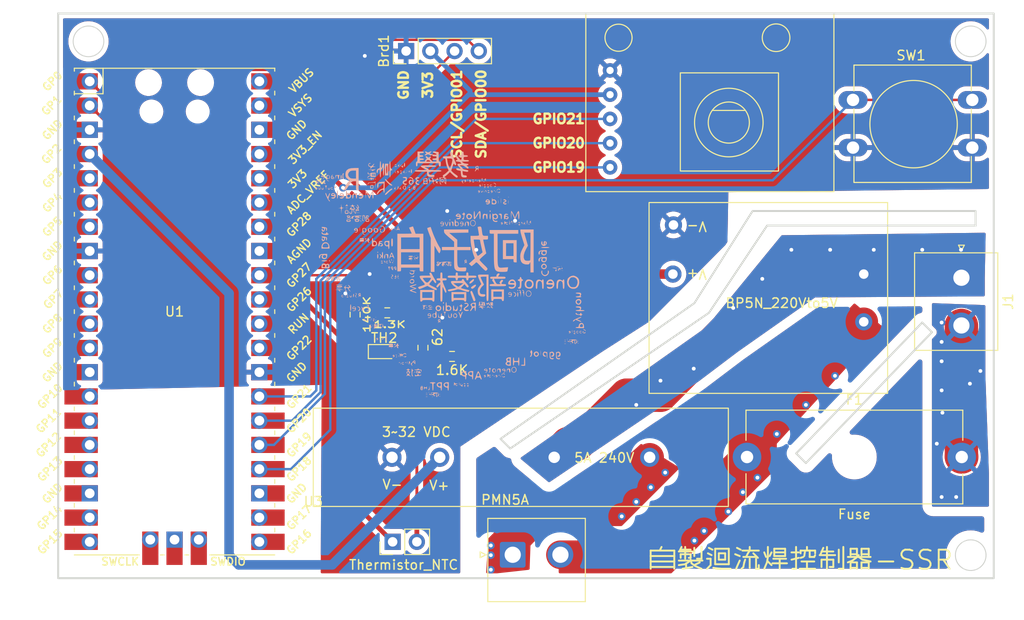
<source format=kicad_pcb>
(kicad_pcb (version 20211014) (generator pcbnew)
  (layers (0 "F.Cu" signal) (31 "B.Cu" signal) (34 "B.Paste" user) (35 "F.Paste" user) (36 "B.SilkS" user "B.Silkscreen") (37 "F.SilkS" user "F.Silkscreen") (38 "B.Mask" user) (39 "F.Mask" user) (44 "Edge.Cuts" user))
  (net 0 "")
  (net 1 "5V")
  (net 2 "GND")
  (net 3 "ADC0")
  (net 7 "SDA")
  (net 23 "GPIO18")
  (net 24 "GPIO21")
  (net 25 "GPIO20")
  (net 26 "GPIO19")
  (net 27 "ADC1")
  (net 30 "SCL")
  (net 34 "3V3")
  (net 41 "110+")
  (net 42 "110-")
  (net 43 "GPIO2")
  (net 44 "/110-_3")
  (net 45 "/110-_2")
  (footprint "02_PinSocket:PinHeader_1x04_P2.54mm_Vertical" (layer "F.Cu") (at 178.572 73.66 90)
    (fp_text reference "Brd1" (at 0 -2.33 90) (layer "F.SilkS"))
    (fp_text value "SSD1306")
    (pad "1" thru_hole rect (at 0 0 90) (size 1.7 1.7) (drill 1) (layers *.Cu *.Mask) (net 2 "GND"))
    (pad "2" thru_hole oval (at 0 2.54 90) (size 1.7 1.7) (drill 1) (layers *.Cu *.Mask) (net 34 "3V3"))
    (pad "3" thru_hole oval (at 0 5.08 90) (size 1.7 1.7) (drill 1) (layers *.Cu *.Mask) (net 30 "SCL"))
    (pad "4" thru_hole oval (at 0 7.62 90) (size 1.7 1.7) (drill 1) (layers *.Cu *.Mask) (net 7 "SDA"))
  )
  (footprint "Connector_JST:JST_NV_B02P-NV_1x02_P5.00mm_Vertical" (layer "F.Cu") (at 189.7465 126.45)
    (fp_text reference "J2" hide)
    (fp_text value "Conn_01x02_Female")
    (pad "1" thru_hole roundrect (at 0 0) (size 2.7 2.7) (drill 1.7) (layers *.Cu *.Mask) (roundrect_rratio 0.09259296296) (net 45 "/110-_2"))
    (pad "2" thru_hole circle (at 5 0) (size 2.7 2.7) (drill 1.7) (layers *.Cu *.Mask) (net 42 "110-"))
  )
  (footprint "01_AHB:PMN5A_relay_SSR" (layer "F.Cu") (at 168.845 121.387)
    (fp_text reference "U3" (at 0 -0.5 unlocked) (layer "F.SilkS"))
    (fp_text value "PMN5A2032_relay_SSR")
    (fp_text user "3~32 VDC" (at 10.8 -7.8 unlocked) (layer "F.SilkS"))
    (fp_text user "V+" (at 13.2 -2.2 unlocked) (layer "F.SilkS"))
    (fp_text user "V-" (at 8.3 -2.3 unlocked) (layer "F.SilkS"))
    (fp_text user "5A 240V" (at 30.5 -5.1 unlocked) (layer "F.SilkS"))
    (fp_text user "PMN5A" (at 20.1 -0.7 unlocked) (layer "F.SilkS"))
    (pad "1" thru_hole circle (at 8.25 -5.15) (size 2 2) (drill 1.2) (layers *.Cu *.Mask) (net 2 "GND"))
    (pad "2" thru_hole circle (at 13.25 -5.15) (size 2 2) (drill 1.2) (layers *.Cu *.Mask) (net 43 "GPIO2"))
    (pad "3" thru_hole circle (at 25.25 -5.15) (size 2 2) (drill 1.2) (layers *.Cu *.Mask) (net 41 "110+"))
    (pad "4" thru_hole circle (at 35.25 -5.15) (size 2 2) (drill 1.2) (layers *.Cu *.Mask) (net 45 "/110-_2"))
  )
  (footprint "Resistor_SMD:R_0603_1608Metric_Pad0.98x0.95mm_HandSolder" (layer "F.Cu") (at 183.388 105.664)
    (fp_text reference "R4" hide)
    (fp_text value "1.6K" (at 0 1.43) (layer "F.SilkS"))
    (pad "1" smd roundrect (at -0.9125 0) (size 0.975 0.95) (layers "F.Cu" "F.Paste" "F.Mask") (net 3 "ADC0"))
    (pad "2" smd roundrect (at 0.9125 0) (size 0.975 0.95) (layers "F.Cu" "F.Paste" "F.Mask") (net 1 "5V"))
  )
  (footprint "01_AHB:PB5N_220Vto5V" (layer "F.Cu") (at 216.535 89.535 180)
    (fp_text reference "U2" hide)
    (fp_text value "BP5N_220Vto5V" (at -1.397 -10.541 unlocked) (layer "F.SilkS"))
    (fp_text user "V+" (at 7.5 -7.5 180 unlocked) (layer "F.SilkS"))
    (fp_text user "V-" (at 7.5 -2.5 180 unlocked) (layer "F.SilkS"))
    (pad "1" thru_hole circle (at -10 -7.5 180) (size 1.8 1.8) (drill 1) (layers *.Cu *.Mask) (net 41 "110+"))
    (pad "2" thru_hole circle (at -10 -12.5 180) (size 1.8 1.8) (drill 1) (layers *.Cu *.Mask) (net 42 "110-"))
    (pad "3" thru_hole circle (at 10 -7.5 180) (size 1.8 1.8) (drill 1) (layers *.Cu *.Mask) (net 1 "5V"))
    (pad "4" thru_hole circle (at 9.94432 -2.349844 180) (size 1.8 1.8) (drill 1) (layers *.Cu *.Mask) (net 2 "GND"))
  )
  (footprint "Connector_PinHeader_2.54mm:PinHeader_1x02_P2.54mm_Vertical" (layer "F.Cu") (at 177.16 125.095 90)
    (fp_text reference "TH1" hide)
    (fp_text value "Thermistor_NTC" (at -2.413 1.148 180) (layer "F.SilkS"))
    (pad "1" thru_hole rect (at 0 0 90) (size 1.7 1.7) (drill 1) (layers *.Cu *.Mask) (net 3 "ADC0"))
    (pad "2" thru_hole oval (at 0 2.54 90) (size 1.7 1.7) (drill 1) (layers *.Cu *.Mask) (net 1 "5V"))
  )
  (footprint "Resistor_SMD:R_0603_1608Metric_Pad0.98x0.95mm_HandSolder" (layer "F.Cu") (at 176.596 101.092)
    (fp_text reference "R6" hide)
    (fp_text value "1.3K" (at 0.254724 1.227274) (layer "F.SilkS") (effects (font (size 0.7 1))))
    (pad "1" smd roundrect (at -0.9125 0) (size 0.975 0.95) (layers "F.Cu" "F.Paste" "F.Mask") (net 27 "ADC1"))
    (pad "2" smd roundrect (at 0.9125 0) (size 0.975 0.95) (layers "F.Cu" "F.Paste" "F.Mask") (net 1 "5V"))
  )
  (footprint "Fuse:Fuseholder_Cylinder-5x20mm_Schurter_0031_8201_Horizontal_Open" (layer "F.Cu") (at 214.302 116.205)
    (fp_text reference "F1" (at 11.25 -6) (layer "F.SilkS"))
    (fp_text value "Fuse" (at 11.25 6) (layer "F.SilkS"))
    (pad "" np_thru_hole circle (at 11.25 0) (size 2.7 2.7) (drill 2.7) (layers *.Cu *.Mask))
    (pad "1" thru_hole circle (at 0 0) (size 3 3) (drill 1.3) (layers *.Cu *.Mask) (net 42 "110-"))
    (pad "2" thru_hole circle (at 22.5 0) (size 3 3) (drill 1.3) (layers *.Cu *.Mask) (net 44 "/110-_3"))
  )
  (footprint "Connector_JST:JST_NV_B02P-NV_1x02_P5.00mm_Vertical" (layer "F.Cu") (at 236.77 97.4175 -90)
    (fp_text reference "J1" (at 2.5 -4.9 90) (layer "F.SilkS"))
    (fp_text value "Conn_01x02_Female")
    (pad "1" thru_hole roundrect (at 0 0 270) (size 2.7 2.7) (drill 1.7) (layers *.Cu *.Mask) (roundrect_rratio 0.09259296296) (net 41 "110+"))
    (pad "2" thru_hole circle (at 5 0 270) (size 2.7 2.7) (drill 1.7) (layers *.Cu *.Mask) (net 44 "/110-_3"))
  )
  (footprint "Resistor_SMD:R_0603_1608Metric_Pad0.98x0.95mm_HandSolder" (layer "F.Cu") (at 180.34 104.7515 90)
    (fp_text reference "R5" hide)
    (fp_text value "62" (at 1.1195 1.524 90) (layer "F.SilkS"))
    (pad "1" smd roundrect (at -0.9125 0 90) (size 0.975 0.95) (layers "F.Cu" "F.Paste" "F.Mask") (net 3 "ADC0"))
    (pad "2" smd roundrect (at 0.9125 0 90) (size 0.975 0.95) (layers "F.Cu" "F.Paste" "F.Mask") (net 2 "GND"))
  )
  (footprint "01_AHB:RPi_Pico_SMD_TH" (layer "F.Cu") (at 154.305 100.965)
    (fp_text reference "U1" (at 0 0) (layer "F.SilkS"))
    (fp_text value "Pico")
    (fp_text user "GP18" (at 13.054 16.51 45) (layer "F.SilkS") (effects (font (size 0.8 0.8))))
    (fp_text user "3V3" (at 12.9 -13.9 45) (layer "F.SilkS") (effects (font (size 0.8 0.8))))
    (fp_text user "RUN" (at 13 1.27 45) (layer "F.SilkS") (effects (font (size 0.8 0.8))))
    (fp_text user "GP13" (at -13.054 16.51 45) (layer "F.SilkS") (effects (font (size 0.8 0.8))))
    (fp_text user "GP2" (at -12.9 -16.51 45) (layer "F.SilkS") (effects (font (size 0.8 0.8))))
    (fp_text user "GP4" (at -12.8 -11.43 45) (layer "F.SilkS") (effects (font (size 0.8 0.8))))
    (fp_text user "VBUS" (at 13.3 -24.2 45) (layer "F.SilkS") (effects (font (size 0.8 0.8))))
    (fp_text user "GP11" (at -13.2 11.43 45) (layer "F.SilkS") (effects (font (size 0.8 0.8))))
    (fp_text user "GP7" (at -12.7 -1.3 45) (layer "F.SilkS") (effects (font (size 0.8 0.8))))
    (fp_text user "GP15" (at -13.054 24.13 45) (layer "F.SilkS") (effects (font (size 0.8 0.8))))
    (fp_text user "ADC_VREF" (at 14 -12.5 45) (layer "F.SilkS") (effects (font (size 0.8 0.8))))
    (fp_text user "SWCLK" (at -5.7 26.2) (layer "F.SilkS") (effects (font (size 0.8 0.8))))
    (fp_text user "VSYS" (at 13.2 -21.59 45) (layer "F.SilkS") (effects (font (size 0.8 0.8))))
    (fp_text user "GP20" (at 13.054 11.43 45) (layer "F.SilkS") (effects (font (size 0.8 0.8))))
    (fp_text user "GP1" (at -12.9 -21.6 45) (layer "F.SilkS") (effects (font (size 0.8 0.8))))
    (fp_text user "GP8" (at -12.8 1.27 45) (layer "F.SilkS") (effects (font (size 0.8 0.8))))
    (fp_text user "GP21" (at 13.054 8.9 45) (layer "F.SilkS") (effects (font (size 0.8 0.8))))
    (fp_text user "GP10" (at -13.054 8.89 45) (layer "F.SilkS") (effects (font (size 0.8 0.8))))
    (fp_text user "GP3" (at -12.8 -13.97 45) (layer "F.SilkS") (effects (font (size 0.8 0.8))))
    (fp_text user "GND" (at 12.8 6.35 45) (layer "F.SilkS") (effects (font (size 0.8 0.8))))
    (fp_text user "SWDIO" (at 5.6 26.2) (layer "F.SilkS") (effects (font (size 0.8 0.8))))
    (fp_text user "GP22" (at 13.054 3.81 45) (layer "F.SilkS") (effects (font (size 0.8 0.8))))
    (fp_text user "GP6" (at -12.8 -3.81 45) (layer "F.SilkS") (effects (font (size 0.8 0.8))))
    (fp_text user "GP14" (at -13.1 21.59 45) (layer "F.SilkS") (effects (font (size 0.8 0.8))))
    (fp_text user "GND" (at -12.8 -19.05 45) (layer "F.SilkS") (effects (font (size 0.8 0.8))))
    (fp_text user "GP9" (at -12.8 3.81 45) (layer "F.SilkS") (effects (font (size 0.8 0.8))))
    (fp_text user "GND" (at -12.8 19.05 45) (layer "F.SilkS") (effects (font (size 0.8 0.8))))
    (fp_text user "GP28" (at 13.054 -9.144 45) (layer "F.SilkS") (effects (font (size 0.8 0.8))))
    (fp_text user "GND" (at 12.8 -19.05 45) (layer "F.SilkS") (effects (font (size 0.8 0.8))))
    (fp_text user "3V3_EN" (at 13.7 -17.2 45) (layer "F.SilkS") (effects (font (size 0.8 0.8))))
    (fp_text user "AGND" (at 13.054 -6.35 45) (layer "F.SilkS") (effects (font (size 0.8 0.8))))
    (fp_text user "GND" (at -12.8 6.35 45) (layer "F.SilkS") (effects (font (size 0.8 0.8))))
    (fp_text user "GP26" (at 13.054 -1.27 45) (layer "F.SilkS") (effects (font (size 0.8 0.8))))
    (fp_text user "GND" (at 12.8 19.05 45) (layer "F.SilkS") (effects (font (size 0.8 0.8))))
    (fp_text user "GP17" (at 13.054 21.59 45) (layer "F.SilkS") (effects (font (size 0.8 0.8))))
    (fp_text user "GP19" (at 13.054 13.97 45) (layer "F.SilkS") (effects (font (size 0.8 0.8))))
    (fp_text user "GP5" (at -12.8 -8.89 45) (layer "F.SilkS") (effects (font (size 0.8 0.8))))
    (fp_text user "GND" (at -12.8 -6.35 45) (layer "F.SilkS") (effects (font (size 0.8 0.8))))
    (fp_text user "GP12" (at -13.2 13.97 45) (layer "F.SilkS") (effects (font (size 0.8 0.8))))
    (fp_text user "GP27" (at 13.054 -3.8 45) (layer "F.SilkS") (effects (font (size 0.8 0.8))))
    (fp_text user "GP16" (at 13.054 24.13 45) (layer "F.SilkS") (effects (font (size 0.8 0.8))))
    (fp_text user "GP0" (at -12.8 -24.13 45) (layer "F.SilkS") (effects (font (size 0.8 0.8))))
    (pad "" np_thru_hole oval (at 2.425 -20.97) (size 1.5 1.5) (drill 1.5) (layers *.Cu *.Mask))
    (pad "" np_thru_hole oval (at -2.725 -24) (size 1.8 1.8) (drill 1.8) (layers *.Cu *.Mask))
    (pad "" np_thru_hole oval (at 2.725 -24) (size 1.8 1.8) (drill 1.8) (layers *.Cu *.Mask))
    (pad "" np_thru_hole oval (at -2.425 -20.97) (size 1.5 1.5) (drill 1.5) (layers *.Cu *.Mask))
    (pad "1" thru_hole oval (at -8.89 -24.13) (size 1.7 1.7) (drill 1.02) (layers *.Cu *.Mask) (net 7 "SDA"))
    (pad "1" smd rect (at -8.89 -24.13) (size 3.5 1.7) (drill (offset -0.9 0)) (layers "F.Cu" "F.Mask") (net 7 "SDA"))
    (pad "2" smd rect (at -8.89 -21.59) (size 3.5 1.7) (drill (offset -0.9 0)) (layers "F.Cu" "F.Mask") (net 30 "SCL"))
    (pad "2" thru_hole oval (at -8.89 -21.59) (size 1.7 1.7) (drill 1.02) (layers *.Cu *.Mask) (net 30 "SCL"))
    (pad "3" thru_hole rect (at -8.89 -19.05) (size 1.7 1.7) (drill 1.02) (layers *.Cu *.Mask) (net 2 "GND"))
    (pad "3" smd rect (at -8.89 -19.05) (size 3.5 1.7) (drill (offset -0.9 0)) (layers "F.Cu" "F.Mask") (net 2 "GND"))
    (pad "4" smd rect (at -8.89 -16.51) (size 3.5 1.7) (drill (offset -0.9 0)) (layers "F.Cu" "F.Mask") (net 43 "GPIO2"))
    (pad "4" thru_hole oval (at -8.89 -16.51) (size 1.7 1.7) (drill 1.02) (layers *.Cu *.Mask) (net 43 "GPIO2"))
    (pad "5" smd rect (at -8.89 -13.97) (size 3.5 1.7) (drill (offset -0.9 0)) (layers "F.Cu" "F.Mask"))
    (pad "5" thru_hole oval (at -8.89 -13.97) (size 1.7 1.7) (drill 1.02) (layers *.Cu *.Mask))
    (pad "6" smd rect (at -8.89 -11.43) (size 3.5 1.7) (drill (offset -0.9 0)) (layers "F.Cu" "F.Mask"))
    (pad "6" thru_hole oval (at -8.89 -11.43) (size 1.7 1.7) (drill 1.02) (layers *.Cu *.Mask))
    (pad "7" thru_hole oval (at -8.89 -8.89) (size 1.7 1.7) (drill 1.02) (layers *.Cu *.Mask))
    (pad "7" smd rect (at -8.89 -8.89) (size 3.5 1.7) (drill (offset -0.9 0)) (layers "F.Cu" "F.Mask"))
    (pad "8" smd rect (at -8.89 -6.35) (size 3.5 1.7) (drill (offset -0.9 0)) (layers "F.Cu" "F.Mask") (net 2 "GND"))
    (pad "8" thru_hole rect (at -8.89 -6.35) (size 1.7 1.7) (drill 1.02) (layers *.Cu *.Mask) (net 2 "GND"))
    (pad "9" smd rect (at -8.89 -3.81) (size 3.5 1.7) (drill (offset -0.9 0)) (layers "F.Cu" "F.Mask"))
    (pad "9" thru_hole oval (at -8.89 -3.81) (size 1.7 1.7) (drill 1.02) (layers *.Cu *.Mask))
    (pad "10" thru_hole oval (at -8.89 -1.27) (size 1.7 1.7) (drill 1.02) (layers *.Cu *.Mask))
    (pad "10" smd rect (at -8.89 -1.27) (size 3.5 1.7) (drill (offset -0.9 0)) (layers "F.Cu" "F.Mask"))
    (pad "11" thru_hole oval (at -8.89 1.27) (size 1.7 1.7) (drill 1.02) (layers *.Cu *.Mask))
    (pad "11" smd rect (at -8.89 1.27) (size 3.5 1.7) (drill (offset -0.9 0)) (layers "F.Cu" "F.Mask"))
    (pad "12" thru_hole oval (at -8.89 3.81) (size 1.7 1.7) (drill 1.02) (layers *.Cu *.Mask))
    (pad "12" smd rect (at -8.89 3.81) (size 3.5 1.7) (drill (offset -0.9 0)) (layers "F.Cu" "F.Mask"))
    (pad "13" smd rect (at -8.89 6.35) (size 3.5 1.7) (drill (offset -0.9 0)) (layers "F.Cu" "F.Mask"))
    (pad "13" thru_hole rect (at -8.89 6.35) (size 1.7 1.7) (drill 1.02) (layers *.Cu *.Mask))
    (pad "14" thru_hole oval (at -8.89 8.89) (size 1.7 1.7) (drill 1.02) (layers *.Cu *.Mask))
    (pad "14" smd rect (at -8.89 8.89) (size 3.5 1.7) (drill (offset -0.9 0)) (layers "F.Cu" "F.Mask"))
    (pad "15" thru_hole oval (at -8.89 11.43) (size 1.7 1.7) (drill 1.02) (layers *.Cu *.Mask))
    (pad "15" smd rect (at -8.89 11.43) (size 3.5 1.7) (drill (offset -0.9 0)) (layers "F.Cu" "F.Mask"))
    (pad "16" smd rect (at -8.89 13.97) (size 3.5 1.7) (drill (offset -0.9 0)) (layers "F.Cu" "F.Mask"))
    (pad "16" thru_hole oval (at -8.89 13.97) (size 1.7 1.7) (drill 1.02) (layers *.Cu *.Mask))
    (pad "17" thru_hole oval (at -8.89 16.51) (size 1.7 1.7) (drill 1.02) (layers *.Cu *.Mask))
    (pad "17" smd rect (at -8.89 16.51) (size 3.5 1.7) (drill (offset -0.9 0)) (layers "F.Cu" "F.Mask"))
    (pad "18" thru_hole rect (at -8.89 19.05) (size 1.7 1.7) (drill 1.02) (layers *.Cu *.Mask))
    (pad "18" smd rect (at -8.89 19.05) (size 3.5 1.7) (drill (offset -0.9 0)) (layers "F.Cu" "F.Mask"))
    (pad "19" smd rect (at -8.89 21.59) (size 3.5 1.7) (drill (offset -0.9 0)) (layers "F.Cu" "F.Mask"))
    (pad "19" thru_hole oval (at -8.89 21.59) (size 1.7 1.7) (drill 1.02) (layers *.Cu *.Mask))
    (pad "20" thru_hole oval (at -8.89 24.13) (size 1.7 1.7) (drill 1.02) (layers *.Cu *.Mask))
    (pad "20" smd rect (at -8.89 24.13) (size 3.5 1.7) (drill (offset -0.9 0)) (layers "F.Cu" "F.Mask"))
    (pad "21" smd rect (at 8.89 24.13) (size 3.5 1.7) (drill (offset 0.9 0)) (layers "F.Cu" "F.Mask"))
    (pad "21" thru_hole oval (at 8.89 24.13) (size 1.7 1.7) (drill 1.02) (layers *.Cu *.Mask))
    (pad "22" smd rect (at 8.89 21.59) (size 3.5 1.7) (drill (offset 0.9 0)) (layers "F.Cu" "F.Mask"))
    (pad "22" thru_hole oval (at 8.89 21.59) (size 1.7 1.7) (drill 1.02) (layers *.Cu *.Mask))
    (pad "23" smd rect (at 8.89 19.05) (size 3.5 1.7) (drill (offset 0.9 0)) (layers "F.Cu" "F.Mask"))
    (pad "23" thru_hole rect (at 8.89 19.05) (size 1.7 1.7) (drill 1.02) (layers *.Cu *.Mask))
    (pad "24" thru_hole oval (at 8.89 16.51) (size 1.7 1.7) (drill 1.02) (layers *.Cu *.Mask) (net 23 "GPIO18"))
    (pad "24" smd rect (at 8.89 16.51) (size 3.5 1.7) (drill (offset 0.9 0)) (layers "F.Cu" "F.Mask") (net 23 "GPIO18"))
    (pad "25" smd rect (at 8.89 13.97) (size 3.5 1.7) (drill (offset 0.9 0)) (layers "F.Cu" "F.Mask") (net 26 "GPIO19"))
    (pad "25" thru_hole oval (at 8.89 13.97) (size 1.7 1.7) (drill 1.02) (layers *.Cu *.Mask) (net 26 "GPIO19"))
    (pad "26" thru_hole oval (at 8.89 11.43) (size 1.7 1.7) (drill 1.02) (layers *.Cu *.Mask) (net 25 "GPIO20"))
    (pad "26" smd rect (at 8.89 11.43) (size 3.5 1.7) (drill (offset 0.9 0)) (layers "F.Cu" "F.Mask") (net 25 "GPIO20"))
    (pad "27" smd rect (at 8.89 8.89) (size 3.5 1.7) (drill (offset 0.9 0)) (layers "F.Cu" "F.Mask") (net 24 "GPIO21"))
    (pad "27" thru_hole oval (at 8.89 8.89) (size 1.7 1.7) (drill 1.02) (layers *.Cu *.Mask) (net 24 "GPIO21"))
    (pad "28" thru_hole rect (at 8.89 6.35) (size 1.7 1.7) (drill 1.02) (layers *.Cu *.Mask) (net 2 "GND"))
    (pad "28" smd rect (at 8.89 6.35) (size 3.5 1.7) (drill (offset 0.9 0)) (layers "F.Cu" "F.Mask") (net 2 "GND"))
    (pad "29" smd rect (at 8.89 3.81) (size 3.5 1.7) (drill (offset 0.9 0)) (layers "F.Cu" "F.Mask"))
    (pad "29" thru_hole oval (at 8.89 3.81) (size 1.7 1.7) (drill 1.02) (layers *.Cu *.Mask))
    (pad "30" smd rect (at 8.89 1.27) (size 3.5 1.7) (drill (offset 0.9 0)) (layers "F.Cu" "F.Mask"))
    (pad "30" thru_hole oval (at 8.89 1.27) (size 1.7 1.7) (drill 1.02) (layers *.Cu *.Mask))
    (pad "31" thru_hole oval (at 8.89 -1.27) (size 1.7 1.7) (drill 1.02) (layers *.Cu *.Mask) (net 3 "ADC0"))
    (pad "31" smd rect (at 8.89 -1.27) (size 3.5 1.7) (drill (offset 0.9 0)) (layers "F.Cu" "F.Mask") (net 3 "ADC0"))
    (pad "32" thru_hole oval (at 8.89 -3.81) (size 1.7 1.7) (drill 1.02) (layers *.Cu *.Mask) (net 27 "ADC1"))
    (pad "32" smd rect (at 8.89 -3.81) (size 3.5 1.7) (drill (offset 0.9 0)) (layers "F.Cu" "F.Mask") (net 27 "ADC1"))
    (pad "33" smd rect (at 8.89 -6.35) (size 3.5 1.7) (drill (offset 0.9 0)) (layers "F.Cu" "F.Mask"))
    (pad "33" thru_hole rect (at 8.89 -6.35) (size 1.7 1.7) (drill 1.02) (layers *.Cu *.Mask))
    (pad "34" smd rect (at 8.89 -8.89) (size 3.5 1.7) (drill (offset 0.9 0)) (layers "F.Cu" "F.Mask"))
    (pad "34" thru_hole oval (at 8.89 -8.89) (size 1.7 1.7) (drill 1.02) (layers *.Cu *.Mask))
    (pad "35" thru_hole oval (at 8.89 -11.43) (size 1.7 1.7) (drill 1.02) (layers *.Cu *.Mask))
    (pad "35" smd rect (at 8.89 -11.43) (size 3.5 1.7) (drill (offset 0.9 0)) (layers "F.Cu" "F.Mask"))
    (pad "36" smd rect (at 8.89 -13.97) (size 3.5 1.7) (drill (offset 0.9 0)) (layers "F.Cu" "F.Mask") (net 34 "3V3"))
    (pad "36" thru_hole oval (at 8.89 -13.97) (size 1.7 1.7) (drill 1.02) (layers *.Cu *.Mask) (net 34 "3V3"))
    (pad "37" thru_hole oval (at 8.89 -16.51) (size 1.7 1.7) (drill 1.02) (layers *.Cu *.Mask))
    (pad "37" smd rect (at 8.89 -16.51) (size 3.5 1.7) (drill (offset 0.9 0)) (layers "F.Cu" "F.Mask"))
    (pad "38" thru_hole rect (at 8.89 -19.05) (size 1.7 1.7) (drill 1.02) (layers *.Cu *.Mask))
    (pad "38" smd rect (at 8.89 -19.05) (size 3.5 1.7) (drill (offset 0.9 0)) (layers "F.Cu" "F.Mask"))
    (pad "39" smd rect (at 8.89 -21.59) (size 3.5 1.7) (drill (offset 0.9 0)) (layers "F.Cu" "F.Mask") (net 1 "5V"))
    (pad "39" thru_hole oval (at 8.89 -21.59) (size 1.7 1.7) (drill 1.02) (layers *.Cu *.Mask) (net 1 "5V"))
    (pad "40" thru_hole oval (at 8.89 -24.13) (size 1.7 1.7) (drill 1.02) (layers *.Cu *.Mask))
    (pad "40" smd rect (at 8.89 -24.13) (size 3.5 1.7) (drill (offset 0.9 0)) (layers "F.Cu" "F.Mask"))
    (pad "41" smd rect (at -2.54 23.9 90) (size 3.5 1.7) (drill (offset -0.9 0)) (layers "F.Cu" "F.Mask"))
    (pad "41" thru_hole oval (at -2.54 23.9) (size 1.7 1.7) (drill 1.02) (layers *.Cu *.Mask))
    (pad "42" thru_hole rect (at 0 23.9) (size 1.7 1.7) (drill 1.02) (layers *.Cu *.Mask))
    (pad "42" smd rect (at 0 23.9 90) (size 3.5 1.7) (drill (offset -0.9 0)) (layers "F.Cu" "F.Mask"))
    (pad "43" smd rect (at 2.54 23.9 90) (size 3.5 1.7) (drill (offset -0.9 0)) (layers "F.Cu" "F.Mask"))
    (pad "43" thru_hole oval (at 2.54 23.9) (size 1.7 1.7) (drill 1.02) (layers *.Cu *.Mask))
  )
  (footprint "01_AHB:Encoder_360" (layer "F.Cu") (at 197.407 88.392)
    (fp_text reference "U5" hide)
    (fp_text value "Rotary_encoder")
    (pad "1" thru_hole circle (at 2.54 -2.54) (size 1.524 1.524) (drill 0.762) (layers *.Cu *.Mask) (net 26 "GPIO19"))
    (pad "2" thru_hole circle (at 2.54 -5.08) (size 1.524 1.524) (drill 0.762) (layers *.Cu *.Mask) (net 25 "GPIO20"))
    (pad "3" thru_hole circle (at 2.54 -7.62) (size 1.524 1.524) (drill 0.762) (layers *.Cu *.Mask) (net 24 "GPIO21"))
    (pad "4" thru_hole circle (at 2.54 -10.16) (size 1.524 1.524) (drill 0.762) (layers *.Cu *.Mask) (net 34 "3V3"))
    (pad "5" thru_hole circle (at 2.54 -12.7) (size 1.524 1.524) (drill 0.762) (layers *.Cu *.Mask) (net 2 "GND"))
  )
  (footprint "Resistor_SMD:R_0603_1608Metric_Pad0.98x0.95mm_HandSolder" (layer "F.Cu") (at 173.228 101.28 90)
    (fp_text reference "R7" hide)
    (fp_text value "140K" (at 0.017341 1.239599 90) (layer "F.SilkS") (effects (font (size 0.7 1))))
    (pad "1" smd roundrect (at -0.9125 0 90) (size 0.975 0.95) (layers "F.Cu" "F.Paste" "F.Mask") (net 27 "ADC1"))
    (pad "2" smd roundrect (at 0.9125 0 90) (size 0.975 0.95) (layers "F.Cu" "F.Paste" "F.Mask") (net 2 "GND"))
  )
  (footprint "LED_SMD:LED_0603_1608Metric_Pad1.05x0.95mm_HandSolder" (layer "F.Cu") (at 176.276 105.156)
    (fp_text reference "TH2" (at 0 -1.43) (layer "F.SilkS"))
    (fp_text value "Thermistor_NTC")
    (pad "1" smd roundrect (at -0.875 0) (size 1.05 0.95) (layers "F.Cu" "F.Paste" "F.Mask") (net 27 "ADC1"))
    (pad "2" smd roundrect (at 0.875 0) (size 1.05 0.95) (layers "F.Cu" "F.Paste" "F.Mask") (net 1 "5V"))
  )
  (footprint "Button_Switch_THT:SW_PUSH-12mm" (layer "F.Cu") (at 225.408 78.78)
    (fp_text reference "SW1" (at 6.08 -4.66) (layer "F.SilkS"))
    (fp_text value "SW_Push_Dual_x2")
    (pad "1" thru_hole oval (at 12.5 0) (size 3.048 1.85) (drill 1.3) (layers *.Cu *.Mask) (net 23 "GPIO18"))
    (pad "1" thru_hole oval (at 0 0) (size 3.048 1.85) (drill 1.3) (layers *.Cu *.Mask) (net 23 "GPIO18"))
    (pad "2" thru_hole oval (at 12.5 5) (size 3.048 1.85) (drill 1.3) (layers *.Cu *.Mask) (net 2 "GND"))
    (pad "2" thru_hole oval (at 0 5) (size 3.048 1.85) (drill 1.3) (layers *.Cu *.Mask) (net 2 "GND"))
  )
  (footprint "01_AHB:LOGO_30" (layer "B.Cu") (at 182.88 97.028 180)
    (fp_text reference "G***" hide)
    (fp_text value "LOGO" hide)
  )
  (gr_circle (center 237.744 72.644) (end 239.268 73.152) (layer "Edge.Cuts") (width 0.1) (fill none))
  (gr_circle (center 145.288 72.644) (end 146.812 73.152) (layer "Edge.Cuts") (width 0.1) (fill none))
  (gr_line (start 233.68 103.124) (end 232.664 102.108) (layer "Edge.Cuts") (width 0.2))
  (gr_rect (start 142.113 69.723) (end 240.157 128.905) (layer "Edge.Cuts") (width 0.2) (fill none))
  (gr_line (start 232.664 102.108) (end 219.456 115.824) (layer "Edge.Cuts") (width 0.2))
  (gr_line (start 219.456 115.824) (end 220.472 116.84) (layer "Edge.Cuts") (width 0.2))
  (gr_circle (center 237.744 126.492) (end 239.268 127) (layer "Edge.Cuts") (width 0.1) (fill none))
  (gr_line (start 220.472 116.84) (end 233.68 103.124) (layer "Edge.Cuts") (width 0.2))
  (gr_poly (pts (xy 238.252 91.948) (xy 216.408 91.948) (xy 210.312 101.092) (xy 189.484 115.316) (xy 188.468 114.3) (xy 208.788 100.076) (xy 214.884 90.424) (xy 238.252 90.424)) (layer "Edge.Cuts") (width 0.2) (fill none))
  (gr_text "GPIO21" (at 194.564 80.772) (layer "F.SilkS") (effects (font (size 1 1) (thickness 0.25))))
  (gr_text "SCL/GPIO01" (at 183.896 80.264 90) (layer "F.SilkS") (effects (font (size 1 1) (thickness 0.25))))
  (gr_text "SDA/GPIO00\n" (at 186.436 80.264 90) (layer "F.SilkS") (effects (font (size 1 1) (thickness 0.25))))
  (gr_text "GPIO20" (at 194.564 83.312) (layer "F.SilkS") (effects (font (size 1 1) (thickness 0.25))))
  (gr_text "GPIO19\n" (at 194.564 85.852) (layer "F.SilkS") (effects (font (size 1 1) (thickness 0.25))))
  (gr_text "3V3" (at 180.848 77.216 90) (layer "F.SilkS") (effects (font (size 1 1) (thickness 0.25))))
  (gr_text "自製迴流焊控制器-SSR\n" (at 219.964 127) (layer "F.SilkS") (effects (font (size 2 2) (thickness 0.2))))
  (gr_text "GND" (at 178.308 77.216 90) (layer "F.SilkS") (effects (font (size 1 1) (thickness 0.25))))
  (segment (start 193.033 97.035) (end 189.484 100.584) (width 1) (layer "F.Cu") (net 1))
  (segment (start 180.676 94.996) (end 165.055 79.375) (width 0.5) (layer "F.Cu") (net 1))
  (segment (start 182.372 94.996) (end 180.676 94.996) (width 0.5) (layer "F.Cu") (net 1))
  (segment (start 184.912 101.092) (end 184.912 105.664) (width 1) (layer "F.Cu") (net 1))
  (segment (start 188.976 100.584) (end 188.892 100.5) (width 1) (layer "F.Cu") (net 1))
  (segment (start 183.812 100.5) (end 182.372 99.06) (width 0.5) (layer "F.Cu") (net 1))
  (segment (start 206.535 97.035) (end 193.033 97.035) (width 1) (layer "F.Cu") (net 1))
  (segment (start 184.912 105.664) (end 184.3005 105.664) (width 1) (layer "F.Cu") (net 1))
  (segment (start 189.484 100.584) (end 188.976 100.584) (width 1) (layer "F.Cu") (net 1))
  (segment (start 184.32 100.5) (end 184.912 101.092) (width 1) (layer "F.Cu") (net 1))
  (segment (start 184.912 105.0525) (end 184.3005 105.664) (width 0.3) (layer "F.Cu") (net 1))
  (segment (start 188.892 100.5) (end 184.32 100.5) (width 1) (layer "F.Cu") (net 1))
  (segment (start 182.372 99.06) (end 182.372 94.996) (width 0.5) (layer "F.Cu") (net 1))
  (segment (start 177.5085 104.7985) (end 177.151 105.156) (width 0.25) (layer "F.Cu") (net 1))
  (segment (start 179.7 110.2645) (end 179.7 125.095) (width 0.3) (layer "F.Cu") (net 1))
  (segment (start 184.3005 105.664) (end 179.7 110.2645) (width 0.3) (layer "F.Cu") (net 1))
  (segment (start 165.055 79.375) (end 163.195 79.375) (width 0.5) (layer "F.Cu") (net 1))
  (segment (start 184.32 100.5) (end 178.1005 100.5) (width 1) (layer "F.Cu") (net 1))
  (segment (start 184.912 101.6) (end 184.912 105.0525) (width 0.3) (layer "F.Cu") (net 1))
  (segment (start 177.5085 101.092) (end 177.747041 101.092) (width 0.25) (layer "F.Cu") (net 1))
  (segment (start 179.7 125.095) (end 179.7 120.3675) (width 0.5) (layer "F.Cu") (net 1))
  (segment (start 184.32 100.5) (end 183.812 100.5) (width 0.5) (layer "F.Cu") (net 1))
  (segment (start 178.1005 100.5) (end 177.5085 101.092) (width 1) (layer "F.Cu") (net 1))
  (segment (start 177.5085 101.092) (end 177.5085 104.7985) (width 0.25) (layer "F.Cu") (net 1))
  (via (at 172.212 99.06) (size 0.8) (drill 0.4) (layers "F.Cu" "B.Cu") (net 2))
  (via (at 182.372 101.6) (size 0.8) (drill 0.4) (layers "F.Cu" "B.Cu") (net 2))
  (via (at 185.928 94.488) (size 0.8) (drill 0.4) (layers "F.Cu" "B.Cu") (net 2))
  (via (at 174.244 74.168) (size 0.8) (drill 0.4) (layers "F.Cu" "B.Cu") (net 2))
  (via (at 182.88 90.424) (size 0.8) (drill 0.4) (layers "F.Cu" "B.Cu") (net 2))
  (via (at 189.992 91.44) (size 0.8) (drill 0.4) (layers "F.Cu" "B.Cu") (net 2))
  (via (at 174.752 97.028) (size 0.8) (drill 0.4) (layers "F.Cu" "B.Cu") (net 2))
  (segment (start 182.4755 105.664) (end 180.34 105.664) (width 1) (layer "F.Cu") (net 3))
  (segment (start 167.767 99.695) (end 163.195 99.695) (width 0.5) (layer "F.Cu") (net 3))
  (segment (start 174.244 122.179) (end 177.16 125.095) (width 0.5) (layer "F.Cu") (net 3))
  (segment (start 167.767 99.695) (end 173.99 105.918) (width 0.5) (layer "F.Cu") (net 3))
  (segment (start 173.99 105.918) (end 174.244 106.172) (width 0.5) (layer "F.Cu") (net 3))
  (segment (start 180.34 105.664) (end 178.308 107.696) (width 1) (layer "F.Cu") (net 3))
  (segment (start 178.308 107.696) (end 175.768 107.696) (width 1) (layer "F.Cu") (net 3))
  (segment (start 175.768 107.696) (end 173.99 105.918) (width 1) (layer "F.Cu") (net 3))
  (segment (start 174.244 106.172) (end 167.767 99.695) (width 0.5) (layer "F.Cu") (net 3))
  (segment (start 174.244 106.172) (end 174.244 122.179) (width 0.5) (layer "F.Cu") (net 3))
  (segment (start 158.879047 75.969353) (end 159.766 75.0824) (width 0.3) (layer "F.Cu") (net 7))
  (segment (start 162.3634 72.485) (end 185.017 72.485) (width 0.25) (layer "F.Cu") (net 7))
  (segment (start 185.017 72.485) (end 186.192 73.66) (width 0.25) (layer "F.Cu") (net 7))
  (segment (start 145.415 76.835) (end 149.989047 81.409047) (width 0.3) (layer "F.Cu") (net 7))
  (segment (start 159.766 75.0824) (end 162.3634 72.485) (width 0.25) (layer "F.Cu") (net 7))
  (segment (start 158.879047 81.409047) (end 158.879047 75.969353) (width 0.3) (layer "F.Cu") (net 7))
  (segment (start 149.989047 81.409047) (end 158.879047 81.409047) (width 0.3) (layer "F.Cu") (net 7))
  (segment (start 237.908 78.78) (end 225.408 78.78) (width 0.25) (layer "F.Cu") (net 23))
  (segment (start 216.984569 87.203431) (end 181.405757 87.203431) (width 0.25) (layer "B.Cu") (net 23))
  (segment (start 170.626594 113.345406) (end 166.497 117.475) (width 0.25) (layer "B.Cu") (net 23))
  (segment (start 170.626594 97.982594) (end 170.626594 113.345406) (width 0.25) (layer "B.Cu") (net 23))
  (segment (start 225.408 78.78) (end 216.984569 87.203431) (width 0.25) (layer "B.Cu") (net 23))
  (segment (start 181.405757 87.203431) (end 170.626594 97.982594) (width 0.25) (layer "B.Cu") (net 23))
  (segment (start 166.497 117.475) (end 163.195 117.475) (width 0.25) (layer "B.Cu") (net 23))
  (segment (start 163.195 109.855) (end 168.529 109.855) (width 0.25) (layer "B.Cu") (net 24))
  (segment (start 169.164 97.536) (end 185.928 80.772) (width 0.25) (layer "B.Cu") (net 24))
  (segment (start 185.928 80.772) (end 199.947 80.772) (width 0.25) (layer "B.Cu") (net 24))
  (segment (start 169.164 109.22) (end 169.164 97.536) (width 0.25) (layer "B.Cu") (net 24))
  (segment (start 168.529 109.855) (end 169.164 109.22) (width 0.25) (layer "B.Cu") (net 24))
  (segment (start 169.614 97.722396) (end 184.024396 83.312) (width 0.25) (layer "B.Cu") (net 25))
  (segment (start 166.625396 112.395) (end 169.614 109.406396) (width 0.25) (layer "B.Cu") (net 25))
  (segment (start 184.024396 83.312) (end 199.947 83.312) (width 0.25) (layer "B.Cu") (net 25))
  (segment (start 169.614 109.406396) (end 169.614 97.722396) (width 0.25) (layer "B.Cu") (net 25))
  (segment (start 163.195 112.395) (end 166.625396 112.395) (width 0.25) (layer "B.Cu") (net 25))
  (segment (start 164.721792 114.935) (end 170.064 109.592792) (width 0.25) (layer "B.Cu") (net 26))
  (segment (start 170.064 97.908792) (end 182.120792 85.852) (width 0.25) (layer "B.Cu") (net 26))
  (segment (start 182.120792 85.852) (end 199.947 85.852) (width 0.25) (layer "B.Cu") (net 26))
  (segment (start 163.195 114.935) (end 164.721792 114.935) (width 0.25) (layer "B.Cu") (net 26))
  (segment (start 170.064 109.592792) (end 170.064 97.908792) (width 0.25) (layer "B.Cu") (net 26))
  (segment (start 172.339 97.7475) (end 175.6835 101.092) (width 0.25) (layer "F.Cu") (net 27))
  (segment (start 172.339 97.155) (end 172.339 97.7475) (width 0.25) (layer "F.Cu") (net 27))
  (segment (start 175.6835 101.6845) (end 175.401 101.967) (width 0.25) (layer "F.Cu") (net 27))
  (segment (start 175.401 101.967) (end 175.401 105.156) (width 0.25) (layer "F.Cu") (net 27))
  (segment (start 175.6835 101.092) (end 175.6835 101.6845) (width 0.25) (layer "F.Cu") (net 27))
  (segment (start 175.401 101.967) (end 173.595 101.967) (width 0.25) (layer "F.Cu") (net 27))
  (segment (start 163.195 97.155) (end 172.339 97.155) (width 0.25) (layer "F.Cu") (net 27))
  (segment (start 159.9438 81.0514) (end 159.9438 79.8162) (width 0.3) (layer "F.Cu") (net 30))
  (segment (start 160.2438 79.5162) (end 160.6438 79.5162) (width 0.3) (layer "F.Cu") (net 30))
  (segment (start 159.9438 77.4446) (end 161.7534 75.635) (width 0.3) (layer "F.Cu") (net 30))
  (segment (start 161.7534 75.635) (end 181.677 75.635) (width 0.25) (layer "F.Cu") (net 30))
  (segment (start 148.082 82.042) (end 158.9532 82.042) (width 0.3) (layer "F.Cu") (net 30))
  (segment (start 159.9438 78.6162) (end 159.9438 77.4446) (width 0.3) (layer "F.Cu") (net 30))
  (segment (start 160.6438 78.9162) (end 160.2438 78.9162) (width 0.3) (layer "F.Cu") (net 30))
  (segment (start 158.9532 82.042) (end 159.9438 81.0514) (width 0.3) (layer "F.Cu") (net 30))
  (segment (start 181.677 75.635) (end 183.652 73.66) (width 0.25) (layer "F.Cu") (net 30))
  (segment (start 145.415 79.375) (end 148.082 82.042) (width 0.3) (layer "F.Cu") (net 30))
  (arc (start 160.9438 79.2162) (mid 160.855932 79.004068) (end 160.6438 78.9162) (width 0.3) (layer "F.Cu") (net 30))
  (arc (start 159.9438 79.8162) (mid 160.031668 79.604068) (end 160.2438 79.5162) (width 0.3) (layer "F.Cu") (net 30))
  (arc (start 160.6438 79.5162) (mid 160.855932 79.428332) (end 160.9438 79.2162) (width 0.3) (layer "F.Cu") (net 30))
  (arc (start 160.2438 78.9162) (mid 160.031668 78.828332) (end 159.9438 78.6162) (width 0.3) (layer "F.Cu") (net 30))
  (segment (start 170.9674 86.995) (end 171.958 87.9856) (width 0.5) (layer "F.Cu") (net 34))
  (segment (start 163.195 86.995) (end 170.9674 86.995) (width 0.5) (layer "F.Cu") (net 34))
  (via (at 171.958 87.9856) (size 0.8) (drill 0.4) (layers "F.Cu" "B.Cu") (net 34))
  (segment (start 175.3744 87.9856) (end 183.75 79.61) (width 0.5) (layer "B.Cu") (net 34))
  (segment (start 185.274 77.822) (end 181.112 73.66) (width 0.5) (layer "B.Cu") (net 34))
  (segment (start 185.128 78.232) (end 199.947 78.232) (width 0.5) (layer "B.Cu") (net 34))
  (segment (start 185.274 78.086) (end 185.274 77.822) (width 0.5) (layer "B.Cu") (net 34))
  (segment (start 183.75 79.61) (end 185.274 78.086) (width 0.5) (layer "B.Cu") (net 34))
  (segment (start 183.75 79.61) (end 185.128 78.232) (width 0.5) (layer "B.Cu") (net 34))
  (segment (start 171.958 87.9856) (end 175.3744 87.9856) (width 0.5) (layer "B.Cu") (net 34))
  (segment (start 196.596 114.808) (end 195.524 114.808) (width 3.5) (layer "F.Cu") (net 41))
  (segment (start 195.524 114.808) (end 194.095 116.237) (width 3.5) (layer "F.Cu") (net 41))
  (segment (start 217.925 97.035) (end 205.232 109.728) (width 3.5) (layer "F.Cu") (net 41))
  (segment (start 205.232 109.728) (end 201.676 109.728) (width 3.5) (layer "F.Cu") (net 41))
  (segment (start 201.676 109.728) (end 196.596 114.808) (width 3.5) (layer "F.Cu") (net 41))
  (segment (start 226.9175 97.4175) (end 226.535 97.035) (width 3.5) (layer "F.Cu") (net 41))
  (segment (start 226.535 97.035) (end 217.925 97.035) (width 3.5) (layer "F.Cu") (net 41))
  (segment (start 236.77 97.4175) (end 226.9175 97.4175) (width 3.5) (layer "F.Cu") (net 41))
  (via (at 212.852 100.584) (size 0.8) (drill 0.4) (layers "F.Cu" "B.Cu") (net 41))
  (via (at 232.664 94.488) (size 0.8) (drill 0.4) (layers "F.Cu" "B.Cu") (net 41))
  (via (at 202.692 110.744) (size 0.8) (drill 0.4) (layers "F.Cu" "B.Cu") (net 41))
  (via (at 208.715763 106.944228) (size 0.8) (drill 0.4) (layers "F.Cu" "B.Cu") (net 41))
  (via (at 236.728 94.488) (size 0.8) (drill 0.4) (layers "F.Cu" "B.Cu") (net 41))
  (via (at 215.9 97.536) (size 0.8) (drill 0.4) (layers "F.Cu" "B.Cu") (net 41))
  (via (at 218.948 94.488) (size 0.8) (drill 0.4) (layers "F.Cu" "B.Cu") (net 41))
  (via (at 227.584 94.488) (size 0.8) (drill 0.4) (layers "F.Cu" "B.Cu") (net 41))
  (via (at 205.232 108.204) (size 0.8) (drill 0.4) (layers "F.Cu" "B.Cu") (net 41))
  (via (at 223.012 94.488) (size 0.8) (drill 0.4) (layers "F.Cu" "B.Cu") (net 41))
  (segment (start 214.302 114.268) (end 226.535 102.035) (width 3) (layer "F.Cu") (net 42))
  (segment (start 204.057 126.45) (end 214.302 116.205) (width 3) (layer "F.Cu") (net 42))
  (segment (start 194.7465 126.45) (end 204.057 126.45) (width 3) (layer "F.Cu") (net 42))
  (segment (start 214.302 116.205) (end 214.302 114.268) (width 3) (layer "F.Cu") (net 42))
  (via (at 213.868 119.888) (size 0.8) (drill 0.4) (layers "F.Cu" "B.Cu") (net 42))
  (via (at 220.472 110.744) (size 0.8) (drill 0.4) (layers "F.Cu" "B.Cu") (net 42))
  (via (at 217.424 113.792) (size 0.8) (drill 0.4) (layers "F.Cu" "B.Cu") (net 42))
  (via (at 208.788 124.968) (size 0.8) (drill 0.4) (layers "F.Cu" "B.Cu") (net 42))
  (via (at 212.344 121.92) (size 0.8) (drill 0.4) (layers "F.Cu" "B.Cu") (net 42))
  (via (at 209.804 123.952) (size 0.8) (drill 0.4) (layers "F.Cu" "B.Cu") (net 42))
  (via (at 215.392 118.364) (size 0.8) (drill 0.4) (layers "F.Cu" "B.Cu") (net 42))
  (via (at 223.52 107.696) (size 0.8) (drill 0.4) (layers "F.Cu" "B.Cu") (net 42))
  (segment (start 160.02 99.06) (end 160.02 126.492) (width 1) (layer "B.Cu") (net 43))
  (segment (start 170.824 127.508) (end 182.095 116.237) (width 1) (layer "B.Cu") (net 43))
  (segment (start 160.02 126.492) (end 161.036 127.508) (width 1) (layer "B.Cu") (net 43))
  (segment (start 145.415 84.455) (end 160.02 99.06) (width 1) (layer "B.Cu") (net 43))
  (segment (start 161.036 127.508) (end 170.824 127.508) (width 1) (layer "B.Cu") (net 43))
  (segment (start 236.77 116.173) (end 236.802 116.205) (width 3.5) (layer "F.Cu") (net 44))
  (segment (start 236.77 102.4175) (end 236.77 116.173) (width 3.5) (layer "F.Cu") (net 44))
  (via (at 234.696 102.108) (size 0.8) (drill 0.4) (layers "F.Cu" "B.Cu") (net 44))
  (via (at 237.66 108.52) (size 0.8) (drill 0.4) (layers "F.Cu" "B.Cu") (net 44))
  (via (at 234.696 104.14) (size 0.8) (drill 0.4) (layers "F.Cu" "B.Cu") (net 44))
  (via (at 234.696 109.22) (size 0.8) (drill 0.4) (layers "F.Cu" "B.Cu") (net 44))
  (via (at 234.78 111.56) (size 0.8) (drill 0.4) (layers "F.Cu" "B.Cu") (net 44))
  (via (at 236.22 120.396) (size 0.8) (drill 0.4) (layers "F.Cu" "B.Cu") (net 44))
  (via (at 234.696 106.172) (size 0.8) (drill 0.4) (layers "F.Cu" "B.Cu") (net 44))
  (via (at 238.76 107.188) (size 0.8) (drill 0.4) (layers "F.Cu" "B.Cu") (net 44))
  (via (at 234.188 114.808) (size 0.8) (drill 0.4) (layers "F.Cu" "B.Cu") (net 44))
  (via (at 234.696 120.396) (size 0.8) (drill 0.4) (layers "F.Cu" "B.Cu") (net 44))
  (segment (start 192.532 121.92) (end 189.7465 124.7055) (width 3) (layer "F.Cu") (net 45))
  (segment (start 204.095 116.237) (end 198.412 121.92) (width 3) (layer "F.Cu") (net 45))
  (segment (start 198.412 121.92) (end 192.532 121.92) (width 3) (layer "F.Cu") (net 45))
  (segment (start 189.7465 124.7055) (end 189.7465 126.45) (width 3) (layer "F.Cu") (net 45))
  (via (at 187.452 126.492) (size 0.8) (drill 0.4) (layers "F.Cu" "B.Cu") (net 45))
  (via (at 187.452 128.016) (size 0.8) (drill 0.4) (layers "F.Cu" "B.Cu") (net 45))
  (via (at 187.452 125.476) (size 0.8) (drill 0.4) (layers "F.Cu" "B.Cu") (net 45))
  (via (at 204.216 119.38) (size 0.8) (drill 0.4) (layers "F.Cu" "B.Cu") (net 45))
  (via (at 202.692 120.904) (size 0.8) (drill 0.4) (layers "F.Cu" "B.Cu") (net 45))
  (via (at 201.168 122.428) (size 0.8) (drill 0.4) (layers "F.Cu" "B.Cu") (net 45))
  (via (at 205.72745 117.832026) (size 0.8) (drill 0.4) (layers "F.Cu" "B.Cu") (net 45))
  (zone (net 2) (net_name "GND") (layers F&B.Cu) (priority 1) (connect_pads (clearance 0.508)) (min_thickness 0.254) (fill yes (thermal_gap 0.508) (thermal_bridge_width 0.508))
    (polygon (pts (xy 242.062 73.2028) (xy 242.2652 88.0872) (xy 212.344 88.4428) (xy 212.2424 93.7768) (xy 204.0636 102.0064) (xy 199.136 105.156) (xy 184.2516 115.1128) (xy 184.244007 130.532802) (xy 169.612712 130.722177) (xy 169.721905 108.647375) (xy 137.414 109.3216) (xy 136.013427 68.309812) (xy 241.779027 68.868612)))
  )
  (zone (net 45) (net_name "/110-_2") (layer "F.Cu") (priority 1) (connect_pads yes (clearance 0.508)) (min_thickness 0.254) (fill yes (thermal_gap 0.508) (thermal_bridge_width 0.508))
    (polygon (pts (xy 207.264 117.348) (xy 201.168 123.444) (xy 193.548 123.444) (xy 191.607605 125.484327) (xy 191.516 128.016) (xy 186.944 128.524) (xy 187.198 124.714) (xy 192.024 119.888) (xy 197.612 119.888) (xy 203.2 114.808)))
  )
  (zone (net 41) (net_name "110+") (layers F&B.Cu) (priority 1) (connect_pads yes (clearance 0.508)) (min_thickness 0.254) (fill yes (thermal_gap 0.508) (thermal_bridge_width 0.508))
    (polygon (pts (xy 239.2172 97.3328) (xy 239.2172 99.3648) (xy 221.436356 99.478058) (xy 213.36 105.156) (xy 209.278513 108.239878) (xy 193.548 118.872) (xy 190.5 116.332) (xy 200.66 109.22) (xy 209.6516 102.87) (xy 210.82 101.6508) (xy 217.932 92.964) (xy 239.313747 92.701148)))
  )
  (zone (net 44) (net_name "/110-_3") (layers F&B.Cu) (priority 1) (connect_pads (clearance 0.508)) (min_thickness 0.254) (fill yes (thermal_gap 0.508) (thermal_bridge_width 0.508))
    (polygon (pts (xy 239.28 100.29) (xy 239.28 107.7) (xy 239.776 121.412) (xy 233.68 121.412) (xy 233.68 100.076)))
  )
  (zone (net 0) (net_name "") (layers F&B.Cu) (connect_pads yes (clearance 1)) (min_thickness 0.5) (fill yes (thermal_gap 0.508) (thermal_bridge_width 0.508))
    (polygon (pts (xy 242.824 132.08) (xy 185.928 132.08) (xy 185.928 116.332) (xy 209.804 100.584) (xy 215.392 90.932) (xy 243.332 90.932)))
  )
  (zone (net 42) (net_name "110-") (layer "F.Cu") (priority 1) (connect_pads yes (clearance 0.508)) (min_thickness 0.254) (fill yes (thermal_gap 0.508) (thermal_bridge_width 0.508))
    (polygon (pts (xy 228.6 102.616) (xy 217.424 114.808) (xy 217.424 117.348) (xy 206.248 128.524) (xy 194.564 128.524) (xy 194.564 124.968) (xy 203.2 124.968) (xy 212.344 115.824) (xy 212.344 113.792) (xy 225.552 100.076)))
  )
)
</source>
